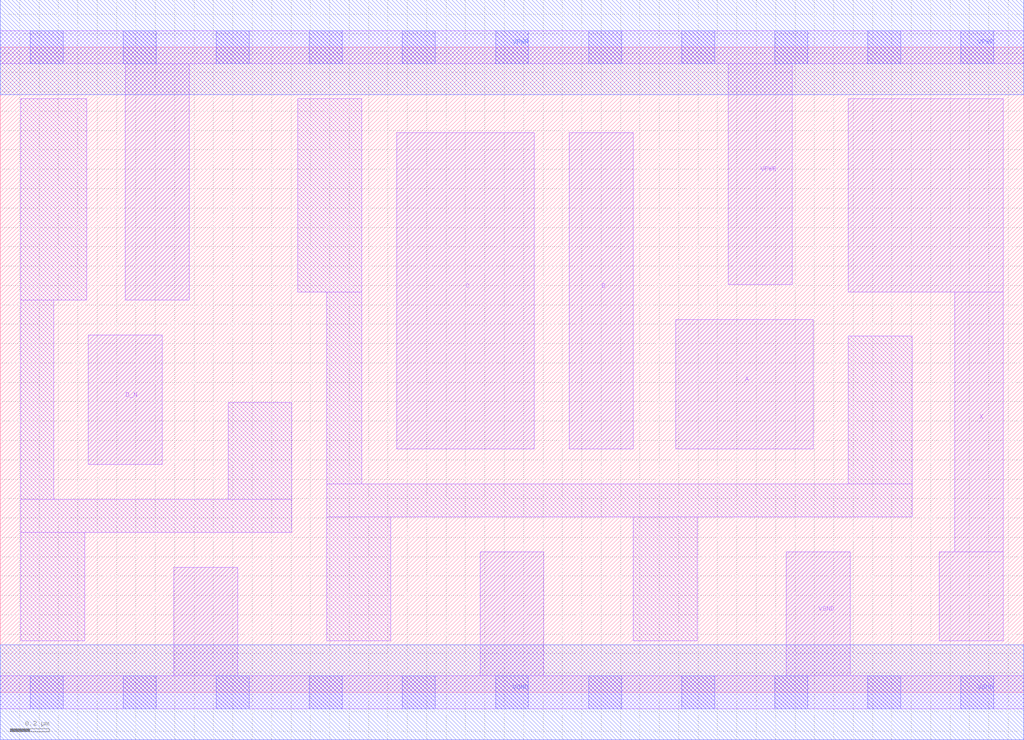
<source format=lef>
# Copyright 2020 The SkyWater PDK Authors
#
# Licensed under the Apache License, Version 2.0 (the "License");
# you may not use this file except in compliance with the License.
# You may obtain a copy of the License at
#
#     https://www.apache.org/licenses/LICENSE-2.0
#
# Unless required by applicable law or agreed to in writing, software
# distributed under the License is distributed on an "AS IS" BASIS,
# WITHOUT WARRANTIES OR CONDITIONS OF ANY KIND, either express or implied.
# See the License for the specific language governing permissions and
# limitations under the License.
#
# SPDX-License-Identifier: Apache-2.0

VERSION 5.7 ;
  NAMESCASESENSITIVE ON ;
  NOWIREEXTENSIONATPIN ON ;
  DIVIDERCHAR "/" ;
  BUSBITCHARS "[]" ;
UNITS
  DATABASE MICRONS 200 ;
END UNITS
MACRO sky130_fd_sc_lp__or4b_lp
  CLASS CORE ;
  SOURCE USER ;
  FOREIGN sky130_fd_sc_lp__or4b_lp ;
  ORIGIN  0.000000  0.000000 ;
  SIZE  5.280000 BY  3.330000 ;
  SYMMETRY X Y R90 ;
  SITE unit ;
  PIN A
    ANTENNAGATEAREA  0.376000 ;
    DIRECTION INPUT ;
    USE SIGNAL ;
    PORT
      LAYER li1 ;
        RECT 3.485000 1.255000 4.195000 1.925000 ;
    END
  END A
  PIN B
    ANTENNAGATEAREA  0.376000 ;
    DIRECTION INPUT ;
    USE SIGNAL ;
    PORT
      LAYER li1 ;
        RECT 2.935000 1.255000 3.265000 2.890000 ;
    END
  END B
  PIN C
    ANTENNAGATEAREA  0.376000 ;
    DIRECTION INPUT ;
    USE SIGNAL ;
    PORT
      LAYER li1 ;
        RECT 2.045000 1.255000 2.755000 2.890000 ;
    END
  END C
  PIN D_N
    ANTENNAGATEAREA  0.376000 ;
    DIRECTION INPUT ;
    USE SIGNAL ;
    PORT
      LAYER li1 ;
        RECT 0.455000 1.175000 0.835000 1.845000 ;
    END
  END D_N
  PIN X
    ANTENNADIFFAREA  0.400500 ;
    DIRECTION OUTPUT ;
    USE SIGNAL ;
    PORT
      LAYER li1 ;
        RECT 4.375000 2.065000 5.175000 3.065000 ;
        RECT 4.845000 0.265000 5.175000 0.725000 ;
        RECT 4.925000 0.725000 5.175000 2.065000 ;
    END
  END X
  PIN VGND
    DIRECTION INOUT ;
    USE GROUND ;
    PORT
      LAYER li1 ;
        RECT 0.000000 -0.085000 5.280000 0.085000 ;
        RECT 0.895000  0.085000 1.225000 0.645000 ;
        RECT 2.475000  0.085000 2.805000 0.725000 ;
        RECT 4.055000  0.085000 4.385000 0.725000 ;
      LAYER mcon ;
        RECT 0.155000 -0.085000 0.325000 0.085000 ;
        RECT 0.635000 -0.085000 0.805000 0.085000 ;
        RECT 1.115000 -0.085000 1.285000 0.085000 ;
        RECT 1.595000 -0.085000 1.765000 0.085000 ;
        RECT 2.075000 -0.085000 2.245000 0.085000 ;
        RECT 2.555000 -0.085000 2.725000 0.085000 ;
        RECT 3.035000 -0.085000 3.205000 0.085000 ;
        RECT 3.515000 -0.085000 3.685000 0.085000 ;
        RECT 3.995000 -0.085000 4.165000 0.085000 ;
        RECT 4.475000 -0.085000 4.645000 0.085000 ;
        RECT 4.955000 -0.085000 5.125000 0.085000 ;
      LAYER met1 ;
        RECT 0.000000 -0.245000 5.280000 0.245000 ;
    END
  END VGND
  PIN VPWR
    DIRECTION INOUT ;
    USE POWER ;
    PORT
      LAYER li1 ;
        RECT 0.000000 3.245000 5.280000 3.415000 ;
        RECT 0.645000 2.025000 0.975000 3.245000 ;
        RECT 3.755000 2.105000 4.085000 3.245000 ;
      LAYER mcon ;
        RECT 0.155000 3.245000 0.325000 3.415000 ;
        RECT 0.635000 3.245000 0.805000 3.415000 ;
        RECT 1.115000 3.245000 1.285000 3.415000 ;
        RECT 1.595000 3.245000 1.765000 3.415000 ;
        RECT 2.075000 3.245000 2.245000 3.415000 ;
        RECT 2.555000 3.245000 2.725000 3.415000 ;
        RECT 3.035000 3.245000 3.205000 3.415000 ;
        RECT 3.515000 3.245000 3.685000 3.415000 ;
        RECT 3.995000 3.245000 4.165000 3.415000 ;
        RECT 4.475000 3.245000 4.645000 3.415000 ;
        RECT 4.955000 3.245000 5.125000 3.415000 ;
      LAYER met1 ;
        RECT 0.000000 3.085000 5.280000 3.575000 ;
    END
  END VPWR
  OBS
    LAYER li1 ;
      RECT 0.105000 0.265000 0.435000 0.825000 ;
      RECT 0.105000 0.825000 1.505000 0.995000 ;
      RECT 0.105000 0.995000 0.275000 2.025000 ;
      RECT 0.105000 2.025000 0.445000 3.065000 ;
      RECT 1.175000 0.995000 1.505000 1.495000 ;
      RECT 1.535000 2.065000 1.865000 3.065000 ;
      RECT 1.685000 0.265000 2.015000 0.905000 ;
      RECT 1.685000 0.905000 4.705000 1.075000 ;
      RECT 1.685000 1.075000 1.865000 2.065000 ;
      RECT 3.265000 0.265000 3.595000 0.905000 ;
      RECT 4.375000 1.075000 4.705000 1.840000 ;
  END
END sky130_fd_sc_lp__or4b_lp

</source>
